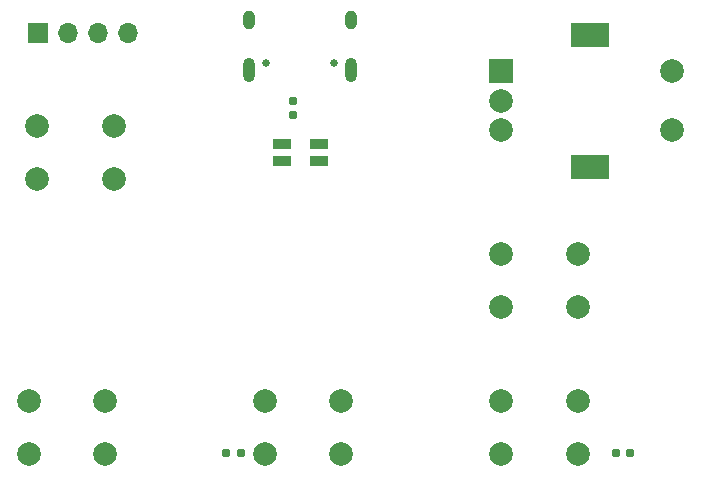
<source format=gbr>
%TF.GenerationSoftware,KiCad,Pcbnew,8.0.4*%
%TF.CreationDate,2024-12-06T19:36:15+01:00*%
%TF.ProjectId,MusicControllerV3,4d757369-6343-46f6-9e74-726f6c6c6572,rev?*%
%TF.SameCoordinates,Original*%
%TF.FileFunction,Soldermask,Top*%
%TF.FilePolarity,Negative*%
%FSLAX46Y46*%
G04 Gerber Fmt 4.6, Leading zero omitted, Abs format (unit mm)*
G04 Created by KiCad (PCBNEW 8.0.4) date 2024-12-06 19:36:15*
%MOMM*%
%LPD*%
G01*
G04 APERTURE LIST*
G04 Aperture macros list*
%AMRoundRect*
0 Rectangle with rounded corners*
0 $1 Rounding radius*
0 $2 $3 $4 $5 $6 $7 $8 $9 X,Y pos of 4 corners*
0 Add a 4 corners polygon primitive as box body*
4,1,4,$2,$3,$4,$5,$6,$7,$8,$9,$2,$3,0*
0 Add four circle primitives for the rounded corners*
1,1,$1+$1,$2,$3*
1,1,$1+$1,$4,$5*
1,1,$1+$1,$6,$7*
1,1,$1+$1,$8,$9*
0 Add four rect primitives between the rounded corners*
20,1,$1+$1,$2,$3,$4,$5,0*
20,1,$1+$1,$4,$5,$6,$7,0*
20,1,$1+$1,$6,$7,$8,$9,0*
20,1,$1+$1,$8,$9,$2,$3,0*%
G04 Aperture macros list end*
%ADD10RoundRect,0.160000X-0.197500X-0.160000X0.197500X-0.160000X0.197500X0.160000X-0.197500X0.160000X0*%
%ADD11R,1.500000X0.900000*%
%ADD12C,2.000000*%
%ADD13RoundRect,0.160000X0.160000X-0.197500X0.160000X0.197500X-0.160000X0.197500X-0.160000X-0.197500X0*%
%ADD14R,1.700000X1.700000*%
%ADD15O,1.700000X1.700000*%
%ADD16RoundRect,0.160000X0.197500X0.160000X-0.197500X0.160000X-0.197500X-0.160000X0.197500X-0.160000X0*%
%ADD17R,2.000000X2.000000*%
%ADD18R,3.200000X2.000000*%
%ADD19C,0.650000*%
%ADD20O,1.000000X1.600000*%
%ADD21O,1.000000X2.100000*%
G04 APERTURE END LIST*
D10*
%TO.C,R5*%
X179742500Y-65405000D03*
X180937500Y-65405000D03*
%TD*%
D11*
%TO.C,D1*%
X154585000Y-39305000D03*
X154585000Y-40705000D03*
X151485000Y-39305000D03*
X151485000Y-40705000D03*
%TD*%
D12*
%TO.C,SW3*%
X170000000Y-61000000D03*
X176500000Y-61000000D03*
X170000000Y-65500000D03*
X176500000Y-65500000D03*
%TD*%
%TO.C,SW1*%
X130000000Y-61000000D03*
X136500000Y-61000000D03*
X130000000Y-65500000D03*
X136500000Y-65500000D03*
%TD*%
%TO.C,SW2*%
X150000000Y-61000000D03*
X156500000Y-61000000D03*
X150000000Y-65500000D03*
X156500000Y-65500000D03*
%TD*%
D13*
%TO.C,R9*%
X152400000Y-36792500D03*
X152400000Y-35597500D03*
%TD*%
D12*
%TO.C,SW4*%
X170000000Y-48550000D03*
X176500000Y-48550000D03*
X170000000Y-53050000D03*
X176500000Y-53050000D03*
%TD*%
D14*
%TO.C,J2*%
X130810000Y-29845000D03*
D15*
X133350000Y-29845000D03*
X135890000Y-29845000D03*
X138430000Y-29845000D03*
%TD*%
D16*
%TO.C,R4*%
X147955000Y-65405000D03*
X146760000Y-65405000D03*
%TD*%
D17*
%TO.C,SW5*%
X170000000Y-33100000D03*
D12*
X170000000Y-38100000D03*
X170000000Y-35600000D03*
D18*
X177500000Y-30000000D03*
X177500000Y-41200000D03*
D12*
X184500000Y-38100000D03*
X184500000Y-33100000D03*
%TD*%
D19*
%TO.C,J1*%
X150110000Y-32445000D03*
X155890000Y-32445000D03*
D20*
X148680000Y-28795000D03*
D21*
X148680000Y-32975000D03*
D20*
X157320000Y-28795000D03*
D21*
X157320000Y-32975000D03*
%TD*%
D12*
%TO.C,SW2*%
X137235000Y-37755000D03*
X130735000Y-37755000D03*
X137235000Y-42255000D03*
X130735000Y-42255000D03*
%TD*%
M02*

</source>
